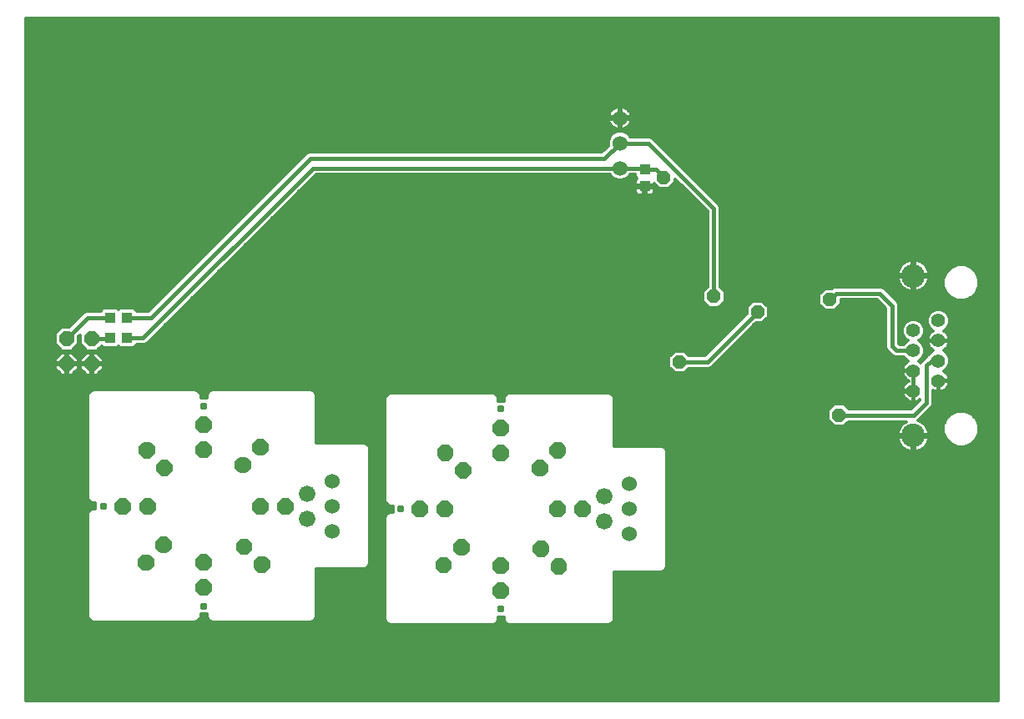
<source format=gbl>
G75*
G70*
%OFA0B0*%
%FSLAX24Y24*%
%IPPOS*%
%LPD*%
%AMOC8*
5,1,8,0,0,1.08239X$1,22.5*
%
%ADD10R,0.0394X0.0433*%
%ADD11R,0.0433X0.0394*%
%ADD12OC8,0.0591*%
%ADD13C,0.0600*%
%ADD14C,0.0660*%
%ADD15C,0.0560*%
%ADD16C,0.0945*%
%ADD17OC8,0.0660*%
%ADD18C,0.0132*%
%ADD19C,0.0120*%
%ADD20OC8,0.0531*%
%ADD21C,0.0160*%
%ADD22OC8,0.0290*%
D10*
X004364Y015862D03*
X005034Y015862D03*
X005034Y016674D03*
X004364Y016674D03*
D11*
X025712Y021931D03*
X025712Y022601D03*
D12*
X003624Y015835D03*
X002624Y015835D03*
X002624Y014835D03*
X003624Y014835D03*
D13*
X013224Y010160D03*
X013224Y009160D03*
X013224Y008160D03*
X025099Y008035D03*
X025099Y009035D03*
X025099Y010035D03*
X024724Y022660D03*
X024724Y023660D03*
X024724Y024660D03*
D14*
X012224Y009660D03*
X012224Y008660D03*
X024099Y008535D03*
X024099Y009535D03*
D15*
X036443Y013754D03*
X036443Y014558D03*
X036443Y015361D03*
X036443Y016164D03*
X037443Y016566D03*
X037443Y015762D03*
X037443Y014959D03*
X037443Y014156D03*
D16*
X036443Y011961D03*
X036443Y018359D03*
D17*
X023224Y009035D03*
X022224Y009035D03*
X019974Y011285D03*
X019974Y012285D03*
X017724Y009035D03*
X016724Y009035D03*
X019974Y006785D03*
X019974Y005785D03*
X011349Y009160D03*
X010349Y009160D03*
X008099Y006910D03*
X008099Y005910D03*
X005849Y009160D03*
X004849Y009160D03*
X008099Y011410D03*
X008099Y012410D03*
D18*
X009854Y010834D02*
X009920Y010900D01*
X009920Y010682D01*
X009766Y010528D01*
X009548Y010528D01*
X009394Y010682D01*
X009394Y010900D01*
X009548Y011054D01*
X009766Y011054D01*
X009920Y010900D01*
X009821Y010859D01*
X009821Y010723D01*
X009725Y010627D01*
X009589Y010627D01*
X009493Y010723D01*
X009493Y010859D01*
X009589Y010955D01*
X009725Y010955D01*
X009821Y010859D01*
X009722Y010818D01*
X009722Y010764D01*
X009684Y010726D01*
X009630Y010726D01*
X009592Y010764D01*
X009592Y010818D01*
X009630Y010856D01*
X009684Y010856D01*
X009722Y010818D01*
X010561Y011541D02*
X010627Y011607D01*
X010627Y011389D01*
X010473Y011235D01*
X010255Y011235D01*
X010101Y011389D01*
X010101Y011607D01*
X010255Y011761D01*
X010473Y011761D01*
X010627Y011607D01*
X010528Y011566D01*
X010528Y011430D01*
X010432Y011334D01*
X010296Y011334D01*
X010200Y011430D01*
X010200Y011566D01*
X010296Y011662D01*
X010432Y011662D01*
X010528Y011566D01*
X010429Y011525D01*
X010429Y011471D01*
X010391Y011433D01*
X010337Y011433D01*
X010299Y011471D01*
X010299Y011525D01*
X010337Y011563D01*
X010391Y011563D01*
X010429Y011525D01*
X006483Y010878D02*
X006417Y010944D01*
X006635Y010944D01*
X006789Y010790D01*
X006789Y010572D01*
X006635Y010418D01*
X006417Y010418D01*
X006263Y010572D01*
X006263Y010790D01*
X006417Y010944D01*
X006458Y010845D01*
X006594Y010845D01*
X006690Y010749D01*
X006690Y010613D01*
X006594Y010517D01*
X006458Y010517D01*
X006362Y010613D01*
X006362Y010749D01*
X006458Y010845D01*
X006499Y010746D01*
X006553Y010746D01*
X006591Y010708D01*
X006591Y010654D01*
X006553Y010616D01*
X006499Y010616D01*
X006461Y010654D01*
X006461Y010708D01*
X006499Y010746D01*
X005776Y011586D02*
X005710Y011652D01*
X005928Y011652D01*
X006082Y011498D01*
X006082Y011280D01*
X005928Y011126D01*
X005710Y011126D01*
X005556Y011280D01*
X005556Y011498D01*
X005710Y011652D01*
X005751Y011553D01*
X005887Y011553D01*
X005983Y011457D01*
X005983Y011321D01*
X005887Y011225D01*
X005751Y011225D01*
X005655Y011321D01*
X005655Y011457D01*
X005751Y011553D01*
X005792Y011454D01*
X005846Y011454D01*
X005884Y011416D01*
X005884Y011362D01*
X005846Y011324D01*
X005792Y011324D01*
X005754Y011362D01*
X005754Y011416D01*
X005792Y011454D01*
X006292Y007559D02*
X006226Y007493D01*
X006226Y007711D01*
X006380Y007865D01*
X006598Y007865D01*
X006752Y007711D01*
X006752Y007493D01*
X006598Y007339D01*
X006380Y007339D01*
X006226Y007493D01*
X006325Y007534D01*
X006325Y007670D01*
X006421Y007766D01*
X006557Y007766D01*
X006653Y007670D01*
X006653Y007534D01*
X006557Y007438D01*
X006421Y007438D01*
X006325Y007534D01*
X006424Y007575D01*
X006424Y007629D01*
X006462Y007667D01*
X006516Y007667D01*
X006554Y007629D01*
X006554Y007575D01*
X006516Y007537D01*
X006462Y007537D01*
X006424Y007575D01*
X005585Y006852D02*
X005519Y006786D01*
X005519Y007004D01*
X005673Y007158D01*
X005891Y007158D01*
X006045Y007004D01*
X006045Y006786D01*
X005891Y006632D01*
X005673Y006632D01*
X005519Y006786D01*
X005618Y006827D01*
X005618Y006963D01*
X005714Y007059D01*
X005850Y007059D01*
X005946Y006963D01*
X005946Y006827D01*
X005850Y006731D01*
X005714Y006731D01*
X005618Y006827D01*
X005717Y006868D01*
X005717Y006922D01*
X005755Y006960D01*
X005809Y006960D01*
X005847Y006922D01*
X005847Y006868D01*
X005809Y006830D01*
X005755Y006830D01*
X005717Y006868D01*
X009752Y007332D02*
X009818Y007266D01*
X009600Y007266D01*
X009446Y007420D01*
X009446Y007638D01*
X009600Y007792D01*
X009818Y007792D01*
X009972Y007638D01*
X009972Y007420D01*
X009818Y007266D01*
X009777Y007365D01*
X009641Y007365D01*
X009545Y007461D01*
X009545Y007597D01*
X009641Y007693D01*
X009777Y007693D01*
X009873Y007597D01*
X009873Y007461D01*
X009777Y007365D01*
X009736Y007464D01*
X009682Y007464D01*
X009644Y007502D01*
X009644Y007556D01*
X009682Y007594D01*
X009736Y007594D01*
X009774Y007556D01*
X009774Y007502D01*
X009736Y007464D01*
X010459Y006625D02*
X010525Y006559D01*
X010307Y006559D01*
X010153Y006713D01*
X010153Y006931D01*
X010307Y007085D01*
X010525Y007085D01*
X010679Y006931D01*
X010679Y006713D01*
X010525Y006559D01*
X010484Y006658D01*
X010348Y006658D01*
X010252Y006754D01*
X010252Y006890D01*
X010348Y006986D01*
X010484Y006986D01*
X010580Y006890D01*
X010580Y006754D01*
X010484Y006658D01*
X010443Y006757D01*
X010389Y006757D01*
X010351Y006795D01*
X010351Y006849D01*
X010389Y006887D01*
X010443Y006887D01*
X010481Y006849D01*
X010481Y006795D01*
X010443Y006757D01*
X017482Y006748D02*
X017416Y006682D01*
X017416Y006900D01*
X017570Y007054D01*
X017788Y007054D01*
X017942Y006900D01*
X017942Y006682D01*
X017788Y006528D01*
X017570Y006528D01*
X017416Y006682D01*
X017515Y006723D01*
X017515Y006859D01*
X017611Y006955D01*
X017747Y006955D01*
X017843Y006859D01*
X017843Y006723D01*
X017747Y006627D01*
X017611Y006627D01*
X017515Y006723D01*
X017614Y006764D01*
X017614Y006818D01*
X017652Y006856D01*
X017706Y006856D01*
X017744Y006818D01*
X017744Y006764D01*
X017706Y006726D01*
X017652Y006726D01*
X017614Y006764D01*
X018189Y007455D02*
X018123Y007389D01*
X018123Y007607D01*
X018277Y007761D01*
X018495Y007761D01*
X018649Y007607D01*
X018649Y007389D01*
X018495Y007235D01*
X018277Y007235D01*
X018123Y007389D01*
X018222Y007430D01*
X018222Y007566D01*
X018318Y007662D01*
X018454Y007662D01*
X018550Y007566D01*
X018550Y007430D01*
X018454Y007334D01*
X018318Y007334D01*
X018222Y007430D01*
X018321Y007471D01*
X018321Y007525D01*
X018359Y007563D01*
X018413Y007563D01*
X018451Y007525D01*
X018451Y007471D01*
X018413Y007433D01*
X018359Y007433D01*
X018321Y007471D01*
X021612Y007243D02*
X021678Y007177D01*
X021460Y007177D01*
X021306Y007331D01*
X021306Y007549D01*
X021460Y007703D01*
X021678Y007703D01*
X021832Y007549D01*
X021832Y007331D01*
X021678Y007177D01*
X021637Y007276D01*
X021501Y007276D01*
X021405Y007372D01*
X021405Y007508D01*
X021501Y007604D01*
X021637Y007604D01*
X021733Y007508D01*
X021733Y007372D01*
X021637Y007276D01*
X021596Y007375D01*
X021542Y007375D01*
X021504Y007413D01*
X021504Y007467D01*
X021542Y007505D01*
X021596Y007505D01*
X021634Y007467D01*
X021634Y007413D01*
X021596Y007375D01*
X022319Y006536D02*
X022385Y006470D01*
X022167Y006470D01*
X022013Y006624D01*
X022013Y006842D01*
X022167Y006996D01*
X022385Y006996D01*
X022539Y006842D01*
X022539Y006624D01*
X022385Y006470D01*
X022344Y006569D01*
X022208Y006569D01*
X022112Y006665D01*
X022112Y006801D01*
X022208Y006897D01*
X022344Y006897D01*
X022440Y006801D01*
X022440Y006665D01*
X022344Y006569D01*
X022303Y006668D01*
X022249Y006668D01*
X022211Y006706D01*
X022211Y006760D01*
X022249Y006798D01*
X022303Y006798D01*
X022341Y006760D01*
X022341Y006706D01*
X022303Y006668D01*
X021729Y010709D02*
X021795Y010775D01*
X021795Y010557D01*
X021641Y010403D01*
X021423Y010403D01*
X021269Y010557D01*
X021269Y010775D01*
X021423Y010929D01*
X021641Y010929D01*
X021795Y010775D01*
X021696Y010734D01*
X021696Y010598D01*
X021600Y010502D01*
X021464Y010502D01*
X021368Y010598D01*
X021368Y010734D01*
X021464Y010830D01*
X021600Y010830D01*
X021696Y010734D01*
X021597Y010693D01*
X021597Y010639D01*
X021559Y010601D01*
X021505Y010601D01*
X021467Y010639D01*
X021467Y010693D01*
X021505Y010731D01*
X021559Y010731D01*
X021597Y010693D01*
X022436Y011416D02*
X022502Y011482D01*
X022502Y011264D01*
X022348Y011110D01*
X022130Y011110D01*
X021976Y011264D01*
X021976Y011482D01*
X022130Y011636D01*
X022348Y011636D01*
X022502Y011482D01*
X022403Y011441D01*
X022403Y011305D01*
X022307Y011209D01*
X022171Y011209D01*
X022075Y011305D01*
X022075Y011441D01*
X022171Y011537D01*
X022307Y011537D01*
X022403Y011441D01*
X022304Y011400D01*
X022304Y011346D01*
X022266Y011308D01*
X022212Y011308D01*
X022174Y011346D01*
X022174Y011400D01*
X022212Y011438D01*
X022266Y011438D01*
X022304Y011400D01*
X018410Y010775D02*
X018344Y010841D01*
X018562Y010841D01*
X018716Y010687D01*
X018716Y010469D01*
X018562Y010315D01*
X018344Y010315D01*
X018190Y010469D01*
X018190Y010687D01*
X018344Y010841D01*
X018385Y010742D01*
X018521Y010742D01*
X018617Y010646D01*
X018617Y010510D01*
X018521Y010414D01*
X018385Y010414D01*
X018289Y010510D01*
X018289Y010646D01*
X018385Y010742D01*
X018426Y010643D01*
X018480Y010643D01*
X018518Y010605D01*
X018518Y010551D01*
X018480Y010513D01*
X018426Y010513D01*
X018388Y010551D01*
X018388Y010605D01*
X018426Y010643D01*
X017702Y011482D02*
X017636Y011548D01*
X017854Y011548D01*
X018008Y011394D01*
X018008Y011176D01*
X017854Y011022D01*
X017636Y011022D01*
X017482Y011176D01*
X017482Y011394D01*
X017636Y011548D01*
X017677Y011449D01*
X017813Y011449D01*
X017909Y011353D01*
X017909Y011217D01*
X017813Y011121D01*
X017677Y011121D01*
X017581Y011217D01*
X017581Y011353D01*
X017677Y011449D01*
X017718Y011350D01*
X017772Y011350D01*
X017810Y011312D01*
X017810Y011258D01*
X017772Y011220D01*
X017718Y011220D01*
X017680Y011258D01*
X017680Y011312D01*
X017718Y011350D01*
D19*
X000994Y001388D02*
X039824Y001388D01*
X039824Y028638D01*
X000994Y028638D01*
X000994Y001388D01*
X000994Y001464D02*
X039824Y001464D01*
X039824Y001582D02*
X000994Y001582D01*
X000994Y001701D02*
X039824Y001701D01*
X039824Y001819D02*
X000994Y001819D01*
X000994Y001938D02*
X039824Y001938D01*
X039824Y002056D02*
X000994Y002056D01*
X000994Y002175D02*
X039824Y002175D01*
X039824Y002293D02*
X000994Y002293D01*
X000994Y002412D02*
X039824Y002412D01*
X039824Y002530D02*
X000994Y002530D01*
X000994Y002649D02*
X039824Y002649D01*
X039824Y002767D02*
X000994Y002767D01*
X000994Y002886D02*
X039824Y002886D01*
X039824Y003004D02*
X000994Y003004D01*
X000994Y003123D02*
X039824Y003123D01*
X039824Y003241D02*
X000994Y003241D01*
X000994Y003360D02*
X039824Y003360D01*
X039824Y003478D02*
X000994Y003478D01*
X000994Y003597D02*
X039824Y003597D01*
X039824Y003715D02*
X000994Y003715D01*
X000994Y003834D02*
X039824Y003834D01*
X039824Y003952D02*
X000994Y003952D01*
X000994Y004071D02*
X039824Y004071D01*
X039824Y004189D02*
X000994Y004189D01*
X000994Y004308D02*
X039824Y004308D01*
X039824Y004426D02*
X024339Y004426D01*
X024371Y004440D02*
X024444Y004513D01*
X024484Y004608D01*
X024484Y006525D01*
X026401Y006525D01*
X026496Y006565D01*
X026569Y006638D01*
X026609Y006733D01*
X026609Y011337D01*
X026569Y011432D01*
X026496Y011505D01*
X026401Y011545D01*
X024484Y011545D01*
X024484Y013462D01*
X024444Y013557D01*
X024371Y013630D01*
X024276Y013670D01*
X020297Y013670D01*
X020202Y013630D01*
X020129Y013557D01*
X020089Y013462D01*
X020089Y013360D01*
X019859Y013360D01*
X019859Y013462D01*
X019819Y013557D01*
X019746Y013630D01*
X019651Y013670D01*
X015547Y013670D01*
X015452Y013630D01*
X015379Y013557D01*
X015339Y013462D01*
X015339Y009358D01*
X015379Y009263D01*
X015452Y009190D01*
X015547Y009150D01*
X015649Y009150D01*
X015649Y008920D01*
X015547Y008920D01*
X015452Y008880D01*
X015379Y008807D01*
X015339Y008712D01*
X015339Y004608D01*
X015379Y004513D01*
X015452Y004440D01*
X015547Y004400D01*
X019651Y004400D01*
X019746Y004440D01*
X019819Y004513D01*
X019859Y004608D01*
X019859Y004710D01*
X020089Y004710D01*
X020089Y004608D01*
X020129Y004513D01*
X020202Y004440D01*
X020297Y004400D01*
X024276Y004400D01*
X024371Y004440D01*
X024458Y004545D02*
X039824Y004545D01*
X039824Y004663D02*
X024484Y004663D01*
X024484Y004782D02*
X039824Y004782D01*
X039824Y004900D02*
X024484Y004900D01*
X024484Y005019D02*
X039824Y005019D01*
X039824Y005137D02*
X024484Y005137D01*
X024484Y005256D02*
X039824Y005256D01*
X039824Y005374D02*
X024484Y005374D01*
X024484Y005493D02*
X039824Y005493D01*
X039824Y005611D02*
X024484Y005611D01*
X024484Y005730D02*
X039824Y005730D01*
X039824Y005848D02*
X024484Y005848D01*
X024484Y005967D02*
X039824Y005967D01*
X039824Y006085D02*
X024484Y006085D01*
X024484Y006204D02*
X039824Y006204D01*
X039824Y006322D02*
X024484Y006322D01*
X024484Y006441D02*
X039824Y006441D01*
X039824Y006559D02*
X026483Y006559D01*
X026586Y006678D02*
X039824Y006678D01*
X039824Y006796D02*
X026609Y006796D01*
X026609Y006915D02*
X039824Y006915D01*
X039824Y007033D02*
X026609Y007033D01*
X026609Y007152D02*
X039824Y007152D01*
X039824Y007270D02*
X026609Y007270D01*
X026609Y007389D02*
X039824Y007389D01*
X039824Y007507D02*
X026609Y007507D01*
X026609Y007626D02*
X039824Y007626D01*
X039824Y007744D02*
X026609Y007744D01*
X026609Y007863D02*
X039824Y007863D01*
X039824Y007981D02*
X026609Y007981D01*
X026609Y008100D02*
X039824Y008100D01*
X039824Y008218D02*
X026609Y008218D01*
X026609Y008337D02*
X039824Y008337D01*
X039824Y008455D02*
X026609Y008455D01*
X026609Y008574D02*
X039824Y008574D01*
X039824Y008692D02*
X026609Y008692D01*
X026609Y008811D02*
X039824Y008811D01*
X039824Y008929D02*
X026609Y008929D01*
X026609Y009048D02*
X039824Y009048D01*
X039824Y009166D02*
X026609Y009166D01*
X026609Y009285D02*
X039824Y009285D01*
X039824Y009403D02*
X026609Y009403D01*
X026609Y009522D02*
X039824Y009522D01*
X039824Y009640D02*
X026609Y009640D01*
X026609Y009759D02*
X039824Y009759D01*
X039824Y009877D02*
X026609Y009877D01*
X026609Y009996D02*
X039824Y009996D01*
X039824Y010114D02*
X026609Y010114D01*
X026609Y010233D02*
X039824Y010233D01*
X039824Y010351D02*
X026609Y010351D01*
X026609Y010470D02*
X039824Y010470D01*
X039824Y010588D02*
X026609Y010588D01*
X026609Y010707D02*
X039824Y010707D01*
X039824Y010825D02*
X026609Y010825D01*
X026609Y010944D02*
X039824Y010944D01*
X039824Y011062D02*
X026609Y011062D01*
X026609Y011181D02*
X039824Y011181D01*
X039824Y011299D02*
X026609Y011299D01*
X026576Y011418D02*
X036117Y011418D01*
X036112Y011420D02*
X036201Y011375D01*
X036295Y011344D01*
X036383Y011330D01*
X036383Y011901D01*
X035813Y011901D01*
X035827Y011813D01*
X035857Y011718D01*
X035903Y011630D01*
X035961Y011549D01*
X036031Y011479D01*
X036112Y011420D01*
X035974Y011536D02*
X026422Y011536D01*
X024484Y011655D02*
X035890Y011655D01*
X035840Y011773D02*
X024484Y011773D01*
X024484Y011892D02*
X035814Y011892D01*
X035813Y012021D02*
X036383Y012021D01*
X036383Y011901D01*
X036503Y011901D01*
X036503Y011330D01*
X036592Y011344D01*
X036686Y011375D01*
X036775Y011420D01*
X036855Y011479D01*
X036926Y011549D01*
X036984Y011630D01*
X037030Y011718D01*
X037060Y011813D01*
X037074Y011901D01*
X036503Y011901D01*
X036503Y012021D01*
X037074Y012021D01*
X037060Y012109D01*
X037030Y012204D01*
X036984Y012293D01*
X036926Y012373D01*
X036855Y012444D01*
X036775Y012502D01*
X036686Y012547D01*
X036624Y012567D01*
X036694Y012638D01*
X037182Y013125D01*
X037222Y013221D01*
X037222Y013775D01*
X037275Y013748D01*
X037340Y013727D01*
X037409Y013716D01*
X037415Y013716D01*
X037415Y014127D01*
X037472Y014127D01*
X037472Y013716D01*
X037478Y013716D01*
X037547Y013727D01*
X037612Y013748D01*
X037674Y013780D01*
X037730Y013820D01*
X037779Y013869D01*
X037820Y013925D01*
X037851Y013987D01*
X037873Y014053D01*
X037883Y014121D01*
X037883Y014127D01*
X037472Y014127D01*
X037472Y014185D01*
X037883Y014185D01*
X037883Y014191D01*
X037873Y014259D01*
X037851Y014325D01*
X037820Y014387D01*
X037779Y014443D01*
X037730Y014492D01*
X037674Y014532D01*
X037648Y014546D01*
X037704Y014569D01*
X037833Y014699D01*
X037903Y014868D01*
X037903Y015051D01*
X037833Y015220D01*
X037704Y015349D01*
X037648Y015373D01*
X037674Y015386D01*
X037730Y015427D01*
X037779Y015476D01*
X037820Y015532D01*
X037851Y015593D01*
X037873Y015659D01*
X037883Y015728D01*
X037883Y015734D01*
X037472Y015734D01*
X037472Y015791D01*
X037883Y015791D01*
X037883Y015797D01*
X037873Y015865D01*
X037851Y015931D01*
X037820Y015993D01*
X037779Y016049D01*
X037730Y016098D01*
X037674Y016139D01*
X037648Y016152D01*
X037704Y016176D01*
X037833Y016305D01*
X037903Y016474D01*
X037903Y016657D01*
X037833Y016826D01*
X037704Y016955D01*
X037535Y017026D01*
X037352Y017026D01*
X037183Y016955D01*
X037054Y016826D01*
X036983Y016657D01*
X036983Y016474D01*
X037054Y016305D01*
X037183Y016176D01*
X037239Y016152D01*
X037213Y016139D01*
X037157Y016098D01*
X037108Y016049D01*
X037067Y015993D01*
X037036Y015931D01*
X037014Y015865D01*
X037003Y015797D01*
X037003Y015791D01*
X037415Y015791D01*
X037415Y015734D01*
X037003Y015734D01*
X037003Y015728D01*
X037014Y015659D01*
X037036Y015593D01*
X037067Y015532D01*
X037108Y015476D01*
X037157Y015427D01*
X037213Y015386D01*
X037239Y015373D01*
X037183Y015349D01*
X037054Y015220D01*
X037044Y015198D01*
X037001Y015180D01*
X036814Y014993D01*
X036741Y014920D01*
X036730Y014893D01*
X036674Y014934D01*
X036648Y014947D01*
X036704Y014971D01*
X036833Y015100D01*
X036903Y015269D01*
X036903Y015452D01*
X036833Y015621D01*
X036704Y015751D01*
X036676Y015762D01*
X036704Y015774D01*
X036833Y015903D01*
X036903Y016072D01*
X036903Y016255D01*
X036833Y016425D01*
X036704Y016554D01*
X036535Y016624D01*
X036352Y016624D01*
X036183Y016554D01*
X036054Y016425D01*
X035983Y016255D01*
X035983Y016072D01*
X036054Y015903D01*
X036183Y015774D01*
X036211Y015762D01*
X036183Y015751D01*
X036054Y015621D01*
X036053Y015621D01*
X035881Y015621D01*
X035859Y015643D01*
X035859Y017212D01*
X035819Y017307D01*
X035319Y017807D01*
X035246Y017880D01*
X035151Y017920D01*
X033297Y017920D01*
X033202Y017880D01*
X033177Y017856D01*
X032914Y017856D01*
X032653Y017595D01*
X032653Y017225D01*
X032914Y016964D01*
X033284Y016964D01*
X033545Y017225D01*
X033545Y017400D01*
X034991Y017400D01*
X035339Y017052D01*
X035339Y015483D01*
X035379Y015388D01*
X035452Y015315D01*
X035626Y015140D01*
X035721Y015101D01*
X036053Y015101D01*
X036054Y015100D01*
X036183Y014971D01*
X036239Y014947D01*
X036213Y014934D01*
X036157Y014893D01*
X036108Y014844D01*
X036067Y014788D01*
X036036Y014727D01*
X036014Y014661D01*
X036003Y014592D01*
X036003Y014586D01*
X036415Y014586D01*
X036415Y014529D01*
X036472Y014529D01*
X036472Y013783D01*
X036415Y013783D01*
X036415Y013726D01*
X036472Y013726D01*
X036472Y013314D01*
X036478Y013314D01*
X036547Y013325D01*
X036612Y013347D01*
X036674Y013378D01*
X036702Y013398D01*
X036702Y013380D01*
X036366Y013045D01*
X033844Y013045D01*
X033659Y013231D01*
X033289Y013231D01*
X033028Y012970D01*
X033028Y012600D01*
X033289Y012339D01*
X033659Y012339D01*
X033844Y012525D01*
X036157Y012525D01*
X036112Y012502D01*
X036031Y012444D01*
X035961Y012373D01*
X035903Y012293D01*
X035857Y012204D01*
X035827Y012109D01*
X035813Y012021D01*
X035833Y012129D02*
X024484Y012129D01*
X024484Y012247D02*
X035879Y012247D01*
X035956Y012366D02*
X033685Y012366D01*
X033803Y012484D02*
X036087Y012484D01*
X036383Y012010D02*
X024484Y012010D01*
X024484Y012366D02*
X033263Y012366D01*
X033145Y012484D02*
X024484Y012484D01*
X024484Y012603D02*
X033028Y012603D01*
X033028Y012721D02*
X024484Y012721D01*
X024484Y012840D02*
X033028Y012840D01*
X033028Y012958D02*
X024484Y012958D01*
X024484Y013077D02*
X033135Y013077D01*
X033254Y013195D02*
X024484Y013195D01*
X024484Y013314D02*
X036635Y013314D01*
X036516Y013195D02*
X033694Y013195D01*
X033813Y013077D02*
X036398Y013077D01*
X036409Y013314D02*
X036415Y013314D01*
X036415Y013726D01*
X036003Y013726D01*
X036003Y013720D01*
X036014Y013651D01*
X036036Y013586D01*
X036067Y013524D01*
X036108Y013468D01*
X036157Y013419D01*
X036213Y013378D01*
X036275Y013347D01*
X036340Y013325D01*
X036409Y013314D01*
X036415Y013432D02*
X036472Y013432D01*
X036472Y013551D02*
X036415Y013551D01*
X036415Y013669D02*
X036472Y013669D01*
X036472Y013788D02*
X036415Y013788D01*
X036415Y013783D02*
X036415Y014194D01*
X036415Y014529D01*
X036003Y014529D01*
X036003Y014523D01*
X036014Y014455D01*
X036036Y014389D01*
X036067Y014327D01*
X036108Y014271D01*
X036157Y014222D01*
X036213Y014181D01*
X036262Y014156D01*
X036213Y014131D01*
X036157Y014090D01*
X036108Y014041D01*
X036067Y013985D01*
X036036Y013923D01*
X036014Y013858D01*
X036003Y013789D01*
X036003Y013783D01*
X036415Y013783D01*
X036415Y013906D02*
X036472Y013906D01*
X036472Y014025D02*
X036415Y014025D01*
X036415Y014143D02*
X036472Y014143D01*
X036472Y014262D02*
X036415Y014262D01*
X036415Y014380D02*
X036472Y014380D01*
X036472Y014499D02*
X036415Y014499D01*
X036117Y014262D02*
X000994Y014262D01*
X000994Y014380D02*
X002435Y014380D01*
X002169Y014646D01*
X002169Y014797D01*
X002586Y014797D01*
X002586Y014873D01*
X002169Y014873D01*
X002169Y015024D01*
X002435Y015290D01*
X002586Y015290D01*
X002586Y014873D01*
X002662Y014873D01*
X002662Y015290D01*
X002813Y015290D01*
X003079Y015024D01*
X003079Y014873D01*
X002662Y014873D01*
X002662Y014797D01*
X002662Y014380D01*
X002586Y014380D01*
X002586Y014797D01*
X002662Y014797D01*
X003079Y014797D01*
X003079Y014646D01*
X002813Y014380D01*
X003435Y014380D01*
X003169Y014646D01*
X003169Y014797D01*
X003586Y014797D01*
X003586Y014873D01*
X003169Y014873D01*
X003169Y015024D01*
X003435Y015290D01*
X003586Y015290D01*
X003586Y014873D01*
X003662Y014873D01*
X003662Y015290D01*
X003813Y015290D01*
X004079Y015024D01*
X004079Y014873D01*
X003662Y014873D01*
X003662Y014797D01*
X003662Y014380D01*
X003586Y014380D01*
X003586Y014797D01*
X003662Y014797D01*
X004079Y014797D01*
X004079Y014646D01*
X003813Y014380D01*
X036040Y014380D01*
X036007Y014499D02*
X027318Y014499D01*
X027284Y014464D02*
X027469Y014650D01*
X028276Y014650D01*
X028371Y014690D01*
X030146Y016464D01*
X030409Y016464D01*
X030670Y016725D01*
X030670Y017095D01*
X030409Y017356D01*
X030039Y017356D01*
X029778Y017095D01*
X029778Y016832D01*
X028116Y015170D01*
X027469Y015170D01*
X027284Y015356D01*
X026914Y015356D01*
X026653Y015095D01*
X026653Y014725D01*
X026914Y014464D01*
X027284Y014464D01*
X027436Y014617D02*
X036007Y014617D01*
X036040Y014736D02*
X028417Y014736D01*
X028536Y014854D02*
X036118Y014854D01*
X036181Y014973D02*
X028654Y014973D01*
X028773Y015091D02*
X036063Y015091D01*
X035557Y015210D02*
X028891Y015210D01*
X029010Y015328D02*
X035438Y015328D01*
X035452Y015315D02*
X035452Y015315D01*
X035354Y015447D02*
X029128Y015447D01*
X029247Y015565D02*
X035339Y015565D01*
X035339Y015684D02*
X029365Y015684D01*
X029484Y015802D02*
X035339Y015802D01*
X035339Y015921D02*
X029602Y015921D01*
X029721Y016039D02*
X035339Y016039D01*
X035339Y016158D02*
X029839Y016158D01*
X029958Y016276D02*
X035339Y016276D01*
X035339Y016395D02*
X030076Y016395D01*
X030457Y016513D02*
X035339Y016513D01*
X035339Y016632D02*
X030576Y016632D01*
X030670Y016750D02*
X035339Y016750D01*
X035339Y016869D02*
X030670Y016869D01*
X030670Y016987D02*
X032892Y016987D01*
X032773Y017106D02*
X030659Y017106D01*
X030540Y017224D02*
X032655Y017224D01*
X032653Y017343D02*
X030422Y017343D01*
X030026Y017343D02*
X028912Y017343D01*
X028920Y017350D02*
X028920Y017720D01*
X028734Y017905D01*
X028734Y021087D01*
X028694Y021182D01*
X028621Y021255D01*
X025996Y023880D01*
X025901Y023920D01*
X025136Y023920D01*
X025131Y023932D01*
X024996Y024067D01*
X024819Y024140D01*
X024629Y024140D01*
X024452Y024067D01*
X024317Y023932D01*
X024244Y023755D01*
X024244Y023565D01*
X024249Y023553D01*
X023991Y023295D01*
X012297Y023295D01*
X012202Y023255D01*
X012129Y023182D01*
X005880Y016934D01*
X005410Y016934D01*
X005410Y016965D01*
X005305Y017071D01*
X004762Y017071D01*
X004699Y017007D01*
X004636Y017071D01*
X004093Y017071D01*
X003988Y016965D01*
X003988Y016934D01*
X003411Y016934D01*
X003316Y016894D01*
X002732Y016310D01*
X002427Y016310D01*
X002149Y016032D01*
X002149Y015638D01*
X002427Y015360D01*
X002821Y015360D01*
X003099Y015638D01*
X003099Y015943D01*
X003149Y015992D01*
X003149Y015638D01*
X003427Y015360D01*
X003821Y015360D01*
X004010Y015548D01*
X004093Y015465D01*
X004636Y015465D01*
X004699Y015528D01*
X004762Y015465D01*
X005305Y015465D01*
X005410Y015570D01*
X005410Y015602D01*
X005727Y015602D01*
X005823Y015641D01*
X012582Y022400D01*
X024312Y022400D01*
X024317Y022388D01*
X024452Y022253D01*
X024629Y022180D01*
X024819Y022180D01*
X024996Y022253D01*
X025131Y022388D01*
X025136Y022400D01*
X025316Y022400D01*
X025316Y022329D01*
X025393Y022252D01*
X025368Y022226D01*
X025347Y022190D01*
X025336Y022149D01*
X025336Y021970D01*
X025674Y021970D01*
X025674Y021893D01*
X025336Y021893D01*
X025336Y021713D01*
X025347Y021673D01*
X025368Y021636D01*
X025398Y021606D01*
X025434Y021585D01*
X025475Y021574D01*
X025674Y021574D01*
X025674Y021893D01*
X025751Y021893D01*
X025751Y021970D01*
X026089Y021970D01*
X026089Y022040D01*
X026289Y021839D01*
X026659Y021839D01*
X026920Y022100D01*
X026920Y022222D01*
X028214Y020927D01*
X028214Y017905D01*
X028028Y017720D01*
X028028Y017350D01*
X028289Y017089D01*
X028659Y017089D01*
X028920Y017350D01*
X028920Y017461D02*
X032653Y017461D01*
X032653Y017580D02*
X028920Y017580D01*
X028920Y017698D02*
X032757Y017698D01*
X032875Y017817D02*
X028823Y017817D01*
X028734Y017935D02*
X035973Y017935D01*
X035961Y017947D02*
X036031Y017876D01*
X036112Y017818D01*
X036201Y017773D01*
X036295Y017742D01*
X036383Y017728D01*
X036383Y018299D01*
X035813Y018299D01*
X035827Y018211D01*
X035857Y018116D01*
X035903Y018027D01*
X035961Y017947D01*
X035889Y018054D02*
X028734Y018054D01*
X028734Y018172D02*
X035839Y018172D01*
X035814Y018291D02*
X028734Y018291D01*
X028734Y018409D02*
X036383Y018409D01*
X036383Y018419D02*
X036383Y018299D01*
X036503Y018299D01*
X036503Y017728D01*
X036592Y017742D01*
X036686Y017773D01*
X036775Y017818D01*
X036855Y017876D01*
X036926Y017947D01*
X036984Y018027D01*
X037030Y018116D01*
X037060Y018211D01*
X037074Y018299D01*
X036503Y018299D01*
X036503Y018419D01*
X036383Y018419D01*
X035813Y018419D01*
X035827Y018507D01*
X035857Y018602D01*
X035903Y018690D01*
X035961Y018771D01*
X036031Y018841D01*
X036112Y018900D01*
X036201Y018945D01*
X036295Y018976D01*
X036383Y018990D01*
X036383Y018419D01*
X036383Y018528D02*
X036503Y018528D01*
X036503Y018419D02*
X036503Y018990D01*
X036592Y018976D01*
X036686Y018945D01*
X036775Y018900D01*
X036855Y018841D01*
X036926Y018771D01*
X036984Y018690D01*
X037030Y018602D01*
X037060Y018507D01*
X037074Y018419D01*
X036503Y018419D01*
X036503Y018409D02*
X037711Y018409D01*
X037745Y018492D02*
X037637Y018231D01*
X037637Y017948D01*
X037745Y017686D01*
X037946Y017486D01*
X038207Y017377D01*
X038491Y017377D01*
X038752Y017486D01*
X038953Y017686D01*
X039061Y017948D01*
X039061Y018231D01*
X038953Y018492D01*
X038752Y018693D01*
X038491Y018801D01*
X038207Y018801D01*
X037946Y018693D01*
X037745Y018492D01*
X037781Y018528D02*
X037054Y018528D01*
X037007Y018646D02*
X037899Y018646D01*
X038119Y018765D02*
X036930Y018765D01*
X036798Y018883D02*
X039824Y018883D01*
X039824Y018765D02*
X038579Y018765D01*
X038799Y018646D02*
X039824Y018646D01*
X039824Y018528D02*
X038917Y018528D01*
X038987Y018409D02*
X039824Y018409D01*
X039824Y018291D02*
X039036Y018291D01*
X039061Y018172D02*
X039824Y018172D01*
X039824Y018054D02*
X039061Y018054D01*
X039056Y017935D02*
X039824Y017935D01*
X039824Y017817D02*
X039007Y017817D01*
X038958Y017698D02*
X039824Y017698D01*
X039824Y017580D02*
X038846Y017580D01*
X038693Y017461D02*
X039824Y017461D01*
X039824Y017343D02*
X035784Y017343D01*
X035854Y017224D02*
X039824Y017224D01*
X039824Y017106D02*
X035859Y017106D01*
X035859Y016987D02*
X037259Y016987D01*
X037096Y016869D02*
X035859Y016869D01*
X035859Y016750D02*
X037022Y016750D01*
X036983Y016632D02*
X035859Y016632D01*
X035859Y016513D02*
X036142Y016513D01*
X036041Y016395D02*
X035859Y016395D01*
X035859Y016276D02*
X035992Y016276D01*
X035983Y016158D02*
X035859Y016158D01*
X035859Y016039D02*
X035997Y016039D01*
X036046Y015921D02*
X035859Y015921D01*
X035859Y015802D02*
X036155Y015802D01*
X036116Y015684D02*
X035859Y015684D01*
X036732Y015802D02*
X037004Y015802D01*
X037010Y015684D02*
X036771Y015684D01*
X036857Y015565D02*
X037050Y015565D01*
X037137Y015447D02*
X036903Y015447D01*
X036903Y015328D02*
X037162Y015328D01*
X037049Y015210D02*
X036879Y015210D01*
X036912Y015091D02*
X036824Y015091D01*
X036794Y014973D02*
X036706Y014973D01*
X037725Y015328D02*
X039824Y015328D01*
X039824Y015210D02*
X037838Y015210D01*
X037887Y015091D02*
X039824Y015091D01*
X039824Y014973D02*
X037903Y014973D01*
X037898Y014854D02*
X039824Y014854D01*
X039824Y014736D02*
X037849Y014736D01*
X037752Y014617D02*
X039824Y014617D01*
X039824Y014499D02*
X037721Y014499D01*
X037823Y014380D02*
X039824Y014380D01*
X039824Y014262D02*
X037872Y014262D01*
X037863Y014025D02*
X039824Y014025D01*
X039824Y014143D02*
X037472Y014143D01*
X037472Y014025D02*
X037415Y014025D01*
X037415Y013906D02*
X037472Y013906D01*
X037472Y013788D02*
X037415Y013788D01*
X037222Y013669D02*
X039824Y013669D01*
X039824Y013551D02*
X037222Y013551D01*
X037222Y013432D02*
X039824Y013432D01*
X039824Y013314D02*
X037222Y013314D01*
X037211Y013195D02*
X039824Y013195D01*
X039824Y013077D02*
X037133Y013077D01*
X037015Y012958D02*
X039824Y012958D01*
X039824Y012840D02*
X038740Y012840D01*
X038752Y012834D02*
X038491Y012943D01*
X038207Y012943D01*
X037946Y012834D01*
X037745Y012634D01*
X037637Y012372D01*
X037637Y012089D01*
X037745Y011828D01*
X037946Y011627D01*
X038207Y011519D01*
X038491Y011519D01*
X038752Y011627D01*
X038953Y011828D01*
X039061Y012089D01*
X039061Y012372D01*
X038953Y012634D01*
X038752Y012834D01*
X038866Y012721D02*
X039824Y012721D01*
X039824Y012603D02*
X038966Y012603D01*
X039015Y012484D02*
X039824Y012484D01*
X039824Y012366D02*
X039061Y012366D01*
X039061Y012247D02*
X039824Y012247D01*
X039824Y012129D02*
X039061Y012129D01*
X039028Y012010D02*
X039824Y012010D01*
X039824Y011892D02*
X038979Y011892D01*
X038898Y011773D02*
X039824Y011773D01*
X039824Y011655D02*
X038780Y011655D01*
X038532Y011536D02*
X039824Y011536D01*
X039824Y011418D02*
X036770Y011418D01*
X036913Y011536D02*
X038166Y011536D01*
X037918Y011655D02*
X036997Y011655D01*
X037047Y011773D02*
X037800Y011773D01*
X037719Y011892D02*
X037073Y011892D01*
X037054Y012129D02*
X037637Y012129D01*
X037637Y012247D02*
X037008Y012247D01*
X036931Y012366D02*
X037637Y012366D01*
X037683Y012484D02*
X036800Y012484D01*
X036659Y012603D02*
X037732Y012603D01*
X037832Y012721D02*
X036778Y012721D01*
X036896Y012840D02*
X037958Y012840D01*
X037670Y012010D02*
X036503Y012010D01*
X036503Y011892D02*
X036383Y011892D01*
X036383Y011773D02*
X036503Y011773D01*
X036503Y011655D02*
X036383Y011655D01*
X036383Y011536D02*
X036503Y011536D01*
X036503Y011418D02*
X036383Y011418D01*
X036144Y013432D02*
X024484Y013432D01*
X024447Y013551D02*
X036054Y013551D01*
X036012Y013669D02*
X024278Y013669D01*
X026653Y014736D02*
X004079Y014736D01*
X004050Y014617D02*
X026762Y014617D01*
X026880Y014499D02*
X003931Y014499D01*
X003813Y014380D02*
X003662Y014380D01*
X003586Y014380D02*
X003435Y014380D01*
X003317Y014499D02*
X002931Y014499D01*
X003050Y014617D02*
X003198Y014617D01*
X003169Y014736D02*
X003079Y014736D01*
X003079Y014973D02*
X003169Y014973D01*
X003236Y015091D02*
X003012Y015091D01*
X002893Y015210D02*
X003355Y015210D01*
X003586Y015210D02*
X003662Y015210D01*
X003662Y015091D02*
X003586Y015091D01*
X003586Y014973D02*
X003662Y014973D01*
X003662Y014854D02*
X026653Y014854D01*
X026653Y014973D02*
X004079Y014973D01*
X004012Y015091D02*
X026653Y015091D01*
X026768Y015210D02*
X003893Y015210D01*
X003908Y015447D02*
X028393Y015447D01*
X028511Y015565D02*
X005405Y015565D01*
X005865Y015684D02*
X028630Y015684D01*
X028748Y015802D02*
X005984Y015802D01*
X006102Y015921D02*
X028867Y015921D01*
X028985Y016039D02*
X006221Y016039D01*
X006339Y016158D02*
X029104Y016158D01*
X029222Y016276D02*
X006458Y016276D01*
X006576Y016395D02*
X029341Y016395D01*
X029459Y016513D02*
X006695Y016513D01*
X006813Y016632D02*
X029578Y016632D01*
X029696Y016750D02*
X006932Y016750D01*
X007050Y016869D02*
X029778Y016869D01*
X029778Y016987D02*
X007169Y016987D01*
X007287Y017106D02*
X028273Y017106D01*
X028155Y017224D02*
X007406Y017224D01*
X007524Y017343D02*
X028036Y017343D01*
X028028Y017461D02*
X007643Y017461D01*
X007761Y017580D02*
X028028Y017580D01*
X028028Y017698D02*
X007880Y017698D01*
X007998Y017817D02*
X028125Y017817D01*
X028214Y017935D02*
X008117Y017935D01*
X008235Y018054D02*
X028214Y018054D01*
X028214Y018172D02*
X008354Y018172D01*
X008472Y018291D02*
X028214Y018291D01*
X028214Y018409D02*
X008591Y018409D01*
X008709Y018528D02*
X028214Y018528D01*
X028214Y018646D02*
X008828Y018646D01*
X008946Y018765D02*
X028214Y018765D01*
X028214Y018883D02*
X009065Y018883D01*
X009183Y019002D02*
X028214Y019002D01*
X028214Y019120D02*
X009302Y019120D01*
X009420Y019239D02*
X028214Y019239D01*
X028214Y019357D02*
X009539Y019357D01*
X009657Y019476D02*
X028214Y019476D01*
X028214Y019594D02*
X009776Y019594D01*
X009894Y019713D02*
X028214Y019713D01*
X028214Y019831D02*
X010013Y019831D01*
X010131Y019950D02*
X028214Y019950D01*
X028214Y020068D02*
X010250Y020068D01*
X010368Y020187D02*
X028214Y020187D01*
X028214Y020305D02*
X010487Y020305D01*
X010605Y020424D02*
X028214Y020424D01*
X028214Y020542D02*
X010724Y020542D01*
X010842Y020661D02*
X028214Y020661D01*
X028214Y020779D02*
X010961Y020779D01*
X011079Y020898D02*
X028214Y020898D01*
X028125Y021016D02*
X011198Y021016D01*
X011316Y021135D02*
X028007Y021135D01*
X027888Y021253D02*
X011435Y021253D01*
X011553Y021372D02*
X027770Y021372D01*
X027651Y021490D02*
X011672Y021490D01*
X011790Y021609D02*
X025395Y021609D01*
X025336Y021727D02*
X011909Y021727D01*
X012027Y021846D02*
X025336Y021846D01*
X025336Y022083D02*
X012264Y022083D01*
X012383Y022201D02*
X024578Y022201D01*
X024386Y022320D02*
X012501Y022320D01*
X012146Y021964D02*
X025674Y021964D01*
X025751Y021964D02*
X026165Y021964D01*
X026089Y021893D02*
X026089Y021713D01*
X026078Y021673D01*
X026057Y021636D01*
X026027Y021606D01*
X025991Y021585D01*
X025950Y021574D01*
X025751Y021574D01*
X025751Y021893D01*
X026089Y021893D01*
X026089Y021846D02*
X026283Y021846D01*
X026089Y021727D02*
X027414Y021727D01*
X027296Y021846D02*
X026665Y021846D01*
X026783Y021964D02*
X027177Y021964D01*
X027059Y022083D02*
X026902Y022083D01*
X026920Y022201D02*
X026940Y022201D01*
X027320Y022557D02*
X039824Y022557D01*
X039824Y022675D02*
X027202Y022675D01*
X027083Y022794D02*
X039824Y022794D01*
X039824Y022912D02*
X026965Y022912D01*
X026846Y023031D02*
X039824Y023031D01*
X039824Y023149D02*
X026728Y023149D01*
X026609Y023268D02*
X039824Y023268D01*
X039824Y023386D02*
X026491Y023386D01*
X026372Y023505D02*
X039824Y023505D01*
X039824Y023623D02*
X026254Y023623D01*
X026135Y023742D02*
X039824Y023742D01*
X039824Y023860D02*
X026017Y023860D01*
X025084Y023979D02*
X039824Y023979D01*
X039824Y024097D02*
X024923Y024097D01*
X024901Y024234D02*
X024965Y024267D01*
X025024Y024309D01*
X025075Y024360D01*
X025117Y024419D01*
X025150Y024483D01*
X025173Y024552D01*
X025183Y024620D01*
X024764Y024620D01*
X024764Y024201D01*
X024832Y024211D01*
X024901Y024234D01*
X024845Y024216D02*
X039824Y024216D01*
X039824Y024334D02*
X025049Y024334D01*
X025135Y024453D02*
X039824Y024453D01*
X039824Y024571D02*
X025176Y024571D01*
X025183Y024700D02*
X025173Y024768D01*
X025150Y024837D01*
X025117Y024901D01*
X025075Y024960D01*
X025024Y025011D01*
X024965Y025053D01*
X024901Y025086D01*
X024832Y025109D01*
X024764Y025119D01*
X024764Y024700D01*
X024684Y024700D01*
X024684Y024620D01*
X024265Y024620D01*
X024275Y024552D01*
X024298Y024483D01*
X024331Y024419D01*
X024373Y024360D01*
X024424Y024309D01*
X024483Y024267D01*
X024547Y024234D01*
X024616Y024211D01*
X024684Y024201D01*
X024684Y024620D01*
X024764Y024620D01*
X024764Y024700D01*
X025183Y024700D01*
X025160Y024808D02*
X039824Y024808D01*
X039824Y024690D02*
X024764Y024690D01*
X024684Y024690D02*
X000994Y024690D01*
X000994Y024808D02*
X024288Y024808D01*
X024298Y024837D02*
X024275Y024768D01*
X024265Y024700D01*
X024684Y024700D01*
X024684Y025119D01*
X024616Y025109D01*
X024547Y025086D01*
X024483Y025053D01*
X024424Y025011D01*
X024373Y024960D01*
X024331Y024901D01*
X024298Y024837D01*
X024349Y024927D02*
X000994Y024927D01*
X000994Y025045D02*
X024471Y025045D01*
X024684Y025045D02*
X024764Y025045D01*
X024764Y024927D02*
X024684Y024927D01*
X024684Y024808D02*
X024764Y024808D01*
X024764Y024571D02*
X024684Y024571D01*
X024684Y024453D02*
X024764Y024453D01*
X024764Y024334D02*
X024684Y024334D01*
X024684Y024216D02*
X024764Y024216D01*
X024603Y024216D02*
X000994Y024216D01*
X000994Y024334D02*
X024399Y024334D01*
X024313Y024453D02*
X000994Y024453D01*
X000994Y024571D02*
X024272Y024571D01*
X024977Y025045D02*
X039824Y025045D01*
X039824Y024927D02*
X025099Y024927D01*
X024525Y024097D02*
X000994Y024097D01*
X000994Y023979D02*
X024364Y023979D01*
X024287Y023860D02*
X000994Y023860D01*
X000994Y023742D02*
X024244Y023742D01*
X024244Y023623D02*
X000994Y023623D01*
X000994Y023505D02*
X024201Y023505D01*
X024082Y023386D02*
X000994Y023386D01*
X000994Y023268D02*
X012231Y023268D01*
X012095Y023149D02*
X000994Y023149D01*
X000994Y023031D02*
X011977Y023031D01*
X011858Y022912D02*
X000994Y022912D01*
X000994Y022794D02*
X011740Y022794D01*
X011621Y022675D02*
X000994Y022675D01*
X000994Y022557D02*
X011503Y022557D01*
X011384Y022438D02*
X000994Y022438D01*
X000994Y022320D02*
X011266Y022320D01*
X011147Y022201D02*
X000994Y022201D01*
X000994Y022083D02*
X011029Y022083D01*
X010910Y021964D02*
X000994Y021964D01*
X000994Y021846D02*
X010792Y021846D01*
X010673Y021727D02*
X000994Y021727D01*
X000994Y021609D02*
X010555Y021609D01*
X010436Y021490D02*
X000994Y021490D01*
X000994Y021372D02*
X010318Y021372D01*
X010199Y021253D02*
X000994Y021253D01*
X000994Y021135D02*
X010081Y021135D01*
X009962Y021016D02*
X000994Y021016D01*
X000994Y020898D02*
X009844Y020898D01*
X009725Y020779D02*
X000994Y020779D01*
X000994Y020661D02*
X009607Y020661D01*
X009488Y020542D02*
X000994Y020542D01*
X000994Y020424D02*
X009370Y020424D01*
X009251Y020305D02*
X000994Y020305D01*
X000994Y020187D02*
X009133Y020187D01*
X009014Y020068D02*
X000994Y020068D01*
X000994Y019950D02*
X008896Y019950D01*
X008777Y019831D02*
X000994Y019831D01*
X000994Y019713D02*
X008659Y019713D01*
X008540Y019594D02*
X000994Y019594D01*
X000994Y019476D02*
X008422Y019476D01*
X008303Y019357D02*
X000994Y019357D01*
X000994Y019239D02*
X008185Y019239D01*
X008066Y019120D02*
X000994Y019120D01*
X000994Y019002D02*
X007948Y019002D01*
X007829Y018883D02*
X000994Y018883D01*
X000994Y018765D02*
X007711Y018765D01*
X007592Y018646D02*
X000994Y018646D01*
X000994Y018528D02*
X007474Y018528D01*
X007355Y018409D02*
X000994Y018409D01*
X000994Y018291D02*
X007237Y018291D01*
X007118Y018172D02*
X000994Y018172D01*
X000994Y018054D02*
X007000Y018054D01*
X006881Y017935D02*
X000994Y017935D01*
X000994Y017817D02*
X006763Y017817D01*
X006644Y017698D02*
X000994Y017698D01*
X000994Y017580D02*
X006526Y017580D01*
X006407Y017461D02*
X000994Y017461D01*
X000994Y017343D02*
X006289Y017343D01*
X006170Y017224D02*
X000994Y017224D01*
X000994Y017106D02*
X006052Y017106D01*
X005933Y016987D02*
X005389Y016987D01*
X004009Y016987D02*
X000994Y016987D01*
X000994Y016869D02*
X003290Y016869D01*
X003171Y016750D02*
X000994Y016750D01*
X000994Y016632D02*
X003053Y016632D01*
X002934Y016513D02*
X000994Y016513D01*
X000994Y016395D02*
X002816Y016395D01*
X002393Y016276D02*
X000994Y016276D01*
X000994Y016158D02*
X002274Y016158D01*
X002156Y016039D02*
X000994Y016039D01*
X000994Y015921D02*
X002149Y015921D01*
X002149Y015802D02*
X000994Y015802D01*
X000994Y015684D02*
X002149Y015684D01*
X002222Y015565D02*
X000994Y015565D01*
X000994Y015447D02*
X002340Y015447D01*
X002355Y015210D02*
X000994Y015210D01*
X000994Y015328D02*
X026887Y015328D01*
X027311Y015328D02*
X028274Y015328D01*
X028156Y015210D02*
X027430Y015210D01*
X028675Y017106D02*
X029789Y017106D01*
X029908Y017224D02*
X028793Y017224D01*
X028734Y018528D02*
X035833Y018528D01*
X035880Y018646D02*
X028734Y018646D01*
X028734Y018765D02*
X035957Y018765D01*
X036089Y018883D02*
X028734Y018883D01*
X028734Y019002D02*
X039824Y019002D01*
X039824Y019120D02*
X028734Y019120D01*
X028734Y019239D02*
X039824Y019239D01*
X039824Y019357D02*
X028734Y019357D01*
X028734Y019476D02*
X039824Y019476D01*
X039824Y019594D02*
X028734Y019594D01*
X028734Y019713D02*
X039824Y019713D01*
X039824Y019831D02*
X028734Y019831D01*
X028734Y019950D02*
X039824Y019950D01*
X039824Y020068D02*
X028734Y020068D01*
X028734Y020187D02*
X039824Y020187D01*
X039824Y020305D02*
X028734Y020305D01*
X028734Y020424D02*
X039824Y020424D01*
X039824Y020542D02*
X028734Y020542D01*
X028734Y020661D02*
X039824Y020661D01*
X039824Y020779D02*
X028734Y020779D01*
X028734Y020898D02*
X039824Y020898D01*
X039824Y021016D02*
X028734Y021016D01*
X028714Y021135D02*
X039824Y021135D01*
X039824Y021253D02*
X028624Y021253D01*
X028621Y021255D02*
X028621Y021255D01*
X028505Y021372D02*
X039824Y021372D01*
X039824Y021490D02*
X028387Y021490D01*
X028268Y021609D02*
X039824Y021609D01*
X039824Y021727D02*
X028150Y021727D01*
X028031Y021846D02*
X039824Y021846D01*
X039824Y021964D02*
X027913Y021964D01*
X027794Y022083D02*
X039824Y022083D01*
X039824Y022201D02*
X027676Y022201D01*
X027557Y022320D02*
X039824Y022320D01*
X039824Y022438D02*
X027439Y022438D01*
X027533Y021609D02*
X026029Y021609D01*
X025751Y021609D02*
X025674Y021609D01*
X025674Y021727D02*
X025751Y021727D01*
X025751Y021846D02*
X025674Y021846D01*
X025353Y022201D02*
X024870Y022201D01*
X025062Y022320D02*
X025325Y022320D01*
X033306Y016987D02*
X035339Y016987D01*
X035286Y017106D02*
X033425Y017106D01*
X033543Y017224D02*
X035167Y017224D01*
X035049Y017343D02*
X033545Y017343D01*
X035310Y017817D02*
X036115Y017817D01*
X036383Y017817D02*
X036503Y017817D01*
X036503Y017935D02*
X036383Y017935D01*
X036383Y018054D02*
X036503Y018054D01*
X036503Y018172D02*
X036383Y018172D01*
X036383Y018291D02*
X036503Y018291D01*
X036503Y018646D02*
X036383Y018646D01*
X036383Y018765D02*
X036503Y018765D01*
X036503Y018883D02*
X036383Y018883D01*
X037073Y018291D02*
X037662Y018291D01*
X037637Y018172D02*
X037048Y018172D01*
X036998Y018054D02*
X037637Y018054D01*
X037642Y017935D02*
X036914Y017935D01*
X036772Y017817D02*
X037691Y017817D01*
X037740Y017698D02*
X035429Y017698D01*
X035547Y017580D02*
X037852Y017580D01*
X038005Y017461D02*
X035666Y017461D01*
X036745Y016513D02*
X036983Y016513D01*
X037016Y016395D02*
X036846Y016395D01*
X036895Y016276D02*
X037082Y016276D01*
X037226Y016158D02*
X036903Y016158D01*
X036890Y016039D02*
X037101Y016039D01*
X037032Y015921D02*
X036841Y015921D01*
X037661Y016158D02*
X039824Y016158D01*
X039824Y016276D02*
X037805Y016276D01*
X037871Y016395D02*
X039824Y016395D01*
X039824Y016513D02*
X037903Y016513D01*
X037903Y016632D02*
X039824Y016632D01*
X039824Y016750D02*
X037865Y016750D01*
X037791Y016869D02*
X039824Y016869D01*
X039824Y016987D02*
X037628Y016987D01*
X037786Y016039D02*
X039824Y016039D01*
X039824Y015921D02*
X037855Y015921D01*
X037883Y015802D02*
X039824Y015802D01*
X039824Y015684D02*
X037876Y015684D01*
X037837Y015565D02*
X039824Y015565D01*
X039824Y015447D02*
X037750Y015447D01*
X036237Y014143D02*
X000994Y014143D01*
X000994Y014025D02*
X036096Y014025D01*
X036030Y013906D02*
X000994Y013906D01*
X000994Y013788D02*
X003654Y013788D01*
X003672Y013795D02*
X003577Y013755D01*
X003504Y013682D01*
X003464Y013587D01*
X003464Y009483D01*
X003504Y009388D01*
X003577Y009315D01*
X003672Y009275D01*
X003774Y009275D01*
X003774Y009045D01*
X003672Y009045D01*
X003577Y009005D01*
X003504Y008932D01*
X003464Y008837D01*
X003464Y004733D01*
X003504Y004638D01*
X003577Y004565D01*
X003672Y004525D01*
X003776Y004525D01*
X007672Y004525D01*
X007776Y004525D01*
X007871Y004565D01*
X007944Y004638D01*
X007984Y004733D01*
X007984Y004835D01*
X008214Y004835D01*
X008214Y004733D01*
X008254Y004638D01*
X008327Y004565D01*
X008422Y004525D01*
X012401Y004525D01*
X012496Y004565D01*
X012569Y004638D01*
X012609Y004733D01*
X012609Y006650D01*
X014526Y006650D01*
X014621Y006690D01*
X014694Y006763D01*
X014734Y006858D01*
X014734Y011462D01*
X014694Y011557D01*
X014621Y011630D01*
X014526Y011670D01*
X012609Y011670D01*
X012609Y013587D01*
X012569Y013682D01*
X012496Y013755D01*
X012401Y013795D01*
X008422Y013795D01*
X008327Y013755D01*
X008254Y013682D01*
X008214Y013587D01*
X008214Y013485D01*
X007984Y013485D01*
X007984Y013587D01*
X007944Y013682D01*
X007871Y013755D01*
X007776Y013795D01*
X003672Y013795D01*
X003498Y013669D02*
X000994Y013669D01*
X000994Y013551D02*
X003464Y013551D01*
X003464Y013432D02*
X000994Y013432D01*
X000994Y013314D02*
X003464Y013314D01*
X003464Y013195D02*
X000994Y013195D01*
X000994Y013077D02*
X003464Y013077D01*
X003464Y012958D02*
X000994Y012958D01*
X000994Y012840D02*
X003464Y012840D01*
X003464Y012721D02*
X000994Y012721D01*
X000994Y012603D02*
X003464Y012603D01*
X003464Y012484D02*
X000994Y012484D01*
X000994Y012366D02*
X003464Y012366D01*
X003464Y012247D02*
X000994Y012247D01*
X000994Y012129D02*
X003464Y012129D01*
X003464Y012010D02*
X000994Y012010D01*
X000994Y011892D02*
X003464Y011892D01*
X003464Y011773D02*
X000994Y011773D01*
X000994Y011655D02*
X003464Y011655D01*
X003464Y011536D02*
X000994Y011536D01*
X000994Y011418D02*
X003464Y011418D01*
X003464Y011299D02*
X000994Y011299D01*
X000994Y011181D02*
X003464Y011181D01*
X003464Y011062D02*
X000994Y011062D01*
X000994Y010944D02*
X003464Y010944D01*
X003464Y010825D02*
X000994Y010825D01*
X000994Y010707D02*
X003464Y010707D01*
X003464Y010588D02*
X000994Y010588D01*
X000994Y010470D02*
X003464Y010470D01*
X003464Y010351D02*
X000994Y010351D01*
X000994Y010233D02*
X003464Y010233D01*
X003464Y010114D02*
X000994Y010114D01*
X000994Y009996D02*
X003464Y009996D01*
X003464Y009877D02*
X000994Y009877D01*
X000994Y009759D02*
X003464Y009759D01*
X003464Y009640D02*
X000994Y009640D01*
X000994Y009522D02*
X003464Y009522D01*
X003497Y009403D02*
X000994Y009403D01*
X000994Y009285D02*
X003649Y009285D01*
X003774Y009166D02*
X000994Y009166D01*
X000994Y009048D02*
X003774Y009048D01*
X003502Y008929D02*
X000994Y008929D01*
X000994Y008811D02*
X003464Y008811D01*
X003464Y008692D02*
X000994Y008692D01*
X000994Y008574D02*
X003464Y008574D01*
X003464Y008455D02*
X000994Y008455D01*
X000994Y008337D02*
X003464Y008337D01*
X003464Y008218D02*
X000994Y008218D01*
X000994Y008100D02*
X003464Y008100D01*
X003464Y007981D02*
X000994Y007981D01*
X000994Y007863D02*
X003464Y007863D01*
X003464Y007744D02*
X000994Y007744D01*
X000994Y007626D02*
X003464Y007626D01*
X003464Y007507D02*
X000994Y007507D01*
X000994Y007389D02*
X003464Y007389D01*
X003464Y007270D02*
X000994Y007270D01*
X000994Y007152D02*
X003464Y007152D01*
X003464Y007033D02*
X000994Y007033D01*
X000994Y006915D02*
X003464Y006915D01*
X003464Y006796D02*
X000994Y006796D01*
X000994Y006678D02*
X003464Y006678D01*
X003464Y006559D02*
X000994Y006559D01*
X000994Y006441D02*
X003464Y006441D01*
X003464Y006322D02*
X000994Y006322D01*
X000994Y006204D02*
X003464Y006204D01*
X003464Y006085D02*
X000994Y006085D01*
X000994Y005967D02*
X003464Y005967D01*
X003464Y005848D02*
X000994Y005848D01*
X000994Y005730D02*
X003464Y005730D01*
X003464Y005611D02*
X000994Y005611D01*
X000994Y005493D02*
X003464Y005493D01*
X003464Y005374D02*
X000994Y005374D01*
X000994Y005256D02*
X003464Y005256D01*
X003464Y005137D02*
X000994Y005137D01*
X000994Y005019D02*
X003464Y005019D01*
X003464Y004900D02*
X000994Y004900D01*
X000994Y004782D02*
X003464Y004782D01*
X003493Y004663D02*
X000994Y004663D01*
X000994Y004545D02*
X003625Y004545D01*
X000994Y004426D02*
X015484Y004426D01*
X015365Y004545D02*
X012448Y004545D01*
X012580Y004663D02*
X015339Y004663D01*
X015339Y004782D02*
X012609Y004782D01*
X012609Y004900D02*
X015339Y004900D01*
X015339Y005019D02*
X012609Y005019D01*
X012609Y005137D02*
X015339Y005137D01*
X015339Y005256D02*
X012609Y005256D01*
X012609Y005374D02*
X015339Y005374D01*
X015339Y005493D02*
X012609Y005493D01*
X012609Y005611D02*
X015339Y005611D01*
X015339Y005730D02*
X012609Y005730D01*
X012609Y005848D02*
X015339Y005848D01*
X015339Y005967D02*
X012609Y005967D01*
X012609Y006085D02*
X015339Y006085D01*
X015339Y006204D02*
X012609Y006204D01*
X012609Y006322D02*
X015339Y006322D01*
X015339Y006441D02*
X012609Y006441D01*
X012609Y006559D02*
X015339Y006559D01*
X015339Y006678D02*
X014592Y006678D01*
X014708Y006796D02*
X015339Y006796D01*
X015339Y006915D02*
X014734Y006915D01*
X014734Y007033D02*
X015339Y007033D01*
X015339Y007152D02*
X014734Y007152D01*
X014734Y007270D02*
X015339Y007270D01*
X015339Y007389D02*
X014734Y007389D01*
X014734Y007507D02*
X015339Y007507D01*
X015339Y007626D02*
X014734Y007626D01*
X014734Y007744D02*
X015339Y007744D01*
X015339Y007863D02*
X014734Y007863D01*
X014734Y007981D02*
X015339Y007981D01*
X015339Y008100D02*
X014734Y008100D01*
X014734Y008218D02*
X015339Y008218D01*
X015339Y008337D02*
X014734Y008337D01*
X014734Y008455D02*
X015339Y008455D01*
X015339Y008574D02*
X014734Y008574D01*
X014734Y008692D02*
X015339Y008692D01*
X015382Y008811D02*
X014734Y008811D01*
X014734Y008929D02*
X015649Y008929D01*
X015649Y009048D02*
X014734Y009048D01*
X014734Y009166D02*
X015509Y009166D01*
X015370Y009285D02*
X014734Y009285D01*
X014734Y009403D02*
X015339Y009403D01*
X015339Y009522D02*
X014734Y009522D01*
X014734Y009640D02*
X015339Y009640D01*
X015339Y009759D02*
X014734Y009759D01*
X014734Y009877D02*
X015339Y009877D01*
X015339Y009996D02*
X014734Y009996D01*
X014734Y010114D02*
X015339Y010114D01*
X015339Y010233D02*
X014734Y010233D01*
X014734Y010351D02*
X015339Y010351D01*
X015339Y010470D02*
X014734Y010470D01*
X014734Y010588D02*
X015339Y010588D01*
X015339Y010707D02*
X014734Y010707D01*
X014734Y010825D02*
X015339Y010825D01*
X015339Y010944D02*
X014734Y010944D01*
X014734Y011062D02*
X015339Y011062D01*
X015339Y011181D02*
X014734Y011181D01*
X014734Y011299D02*
X015339Y011299D01*
X015339Y011418D02*
X014734Y011418D01*
X014703Y011536D02*
X015339Y011536D01*
X015339Y011655D02*
X014563Y011655D01*
X015339Y011773D02*
X012609Y011773D01*
X012609Y011892D02*
X015339Y011892D01*
X015339Y012010D02*
X012609Y012010D01*
X012609Y012129D02*
X015339Y012129D01*
X015339Y012247D02*
X012609Y012247D01*
X012609Y012366D02*
X015339Y012366D01*
X015339Y012484D02*
X012609Y012484D01*
X012609Y012603D02*
X015339Y012603D01*
X015339Y012721D02*
X012609Y012721D01*
X012609Y012840D02*
X015339Y012840D01*
X015339Y012958D02*
X012609Y012958D01*
X012609Y013077D02*
X015339Y013077D01*
X015339Y013195D02*
X012609Y013195D01*
X012609Y013314D02*
X015339Y013314D01*
X015339Y013432D02*
X012609Y013432D01*
X012609Y013551D02*
X015376Y013551D01*
X015545Y013669D02*
X012575Y013669D01*
X012419Y013788D02*
X036003Y013788D01*
X037685Y013788D02*
X039824Y013788D01*
X039824Y013906D02*
X037806Y013906D01*
X039824Y025164D02*
X000994Y025164D01*
X000994Y025282D02*
X039824Y025282D01*
X039824Y025401D02*
X000994Y025401D01*
X000994Y025519D02*
X039824Y025519D01*
X039824Y025638D02*
X000994Y025638D01*
X000994Y025756D02*
X039824Y025756D01*
X039824Y025875D02*
X000994Y025875D01*
X000994Y025993D02*
X039824Y025993D01*
X039824Y026112D02*
X000994Y026112D01*
X000994Y026230D02*
X039824Y026230D01*
X039824Y026349D02*
X000994Y026349D01*
X000994Y026467D02*
X039824Y026467D01*
X039824Y026586D02*
X000994Y026586D01*
X000994Y026704D02*
X039824Y026704D01*
X039824Y026823D02*
X000994Y026823D01*
X000994Y026941D02*
X039824Y026941D01*
X039824Y027060D02*
X000994Y027060D01*
X000994Y027178D02*
X039824Y027178D01*
X039824Y027297D02*
X000994Y027297D01*
X000994Y027415D02*
X039824Y027415D01*
X039824Y027534D02*
X000994Y027534D01*
X000994Y027652D02*
X039824Y027652D01*
X039824Y027771D02*
X000994Y027771D01*
X000994Y027889D02*
X039824Y027889D01*
X039824Y028008D02*
X000994Y028008D01*
X000994Y028126D02*
X039824Y028126D01*
X039824Y028245D02*
X000994Y028245D01*
X000994Y028363D02*
X039824Y028363D01*
X039824Y028482D02*
X000994Y028482D01*
X000994Y028600D02*
X039824Y028600D01*
X020295Y013669D02*
X019653Y013669D01*
X019822Y013551D02*
X020126Y013551D01*
X020089Y013432D02*
X019859Y013432D01*
X008404Y013788D02*
X007794Y013788D01*
X007950Y013669D02*
X008248Y013669D01*
X008214Y013551D02*
X007984Y013551D01*
X003662Y014499D02*
X003586Y014499D01*
X003586Y014617D02*
X003662Y014617D01*
X003662Y014736D02*
X003586Y014736D01*
X003586Y014854D02*
X002662Y014854D01*
X002586Y014854D02*
X000994Y014854D01*
X000994Y014736D02*
X002169Y014736D01*
X002198Y014617D02*
X000994Y014617D01*
X000994Y014499D02*
X002317Y014499D01*
X002435Y014380D02*
X002586Y014380D01*
X002662Y014380D02*
X002813Y014380D01*
X002662Y014499D02*
X002586Y014499D01*
X002586Y014617D02*
X002662Y014617D01*
X002662Y014736D02*
X002586Y014736D01*
X002586Y014973D02*
X002662Y014973D01*
X002662Y015091D02*
X002586Y015091D01*
X002586Y015210D02*
X002662Y015210D01*
X002908Y015447D02*
X003340Y015447D01*
X003222Y015565D02*
X003026Y015565D01*
X003099Y015684D02*
X003149Y015684D01*
X003149Y015802D02*
X003099Y015802D01*
X003099Y015921D02*
X003149Y015921D01*
X002236Y015091D02*
X000994Y015091D01*
X000994Y014973D02*
X002169Y014973D01*
X007984Y004782D02*
X008214Y004782D01*
X008243Y004663D02*
X007955Y004663D01*
X007823Y004545D02*
X008375Y004545D01*
X019714Y004426D02*
X020234Y004426D01*
X020115Y004545D02*
X019833Y004545D01*
X019859Y004663D02*
X020089Y004663D01*
D20*
X029724Y014535D03*
X027099Y014910D03*
X030224Y016910D03*
X028474Y017535D03*
X033099Y017410D03*
X033474Y012785D03*
X026474Y022285D03*
D21*
X026158Y022601D01*
X025712Y022601D01*
X025778Y022660D01*
X024724Y022660D01*
X012474Y022660D01*
X005676Y015862D01*
X005034Y015862D01*
X004364Y015862D02*
X004338Y015835D01*
X003624Y015835D01*
X003463Y016674D02*
X002624Y015835D01*
X003463Y016674D02*
X004364Y016674D01*
X005034Y016674D02*
X005988Y016674D01*
X012349Y023035D01*
X024099Y023035D01*
X024724Y023660D01*
X025849Y023660D01*
X028474Y021035D01*
X028474Y017535D01*
X030224Y016910D02*
X028224Y014910D01*
X027099Y014910D01*
X033099Y017410D02*
X033349Y017660D01*
X035099Y017660D01*
X035599Y017160D01*
X035599Y015535D01*
X035773Y015361D01*
X036443Y015361D01*
X036962Y014773D02*
X036962Y013273D01*
X036474Y012785D01*
X033474Y012785D01*
X036962Y014773D02*
X037148Y014959D01*
X037443Y014959D01*
D22*
X019974Y013035D03*
X015974Y009035D03*
X019974Y005035D03*
X008099Y005160D03*
X004099Y009160D03*
X008099Y013160D03*
M02*

</source>
